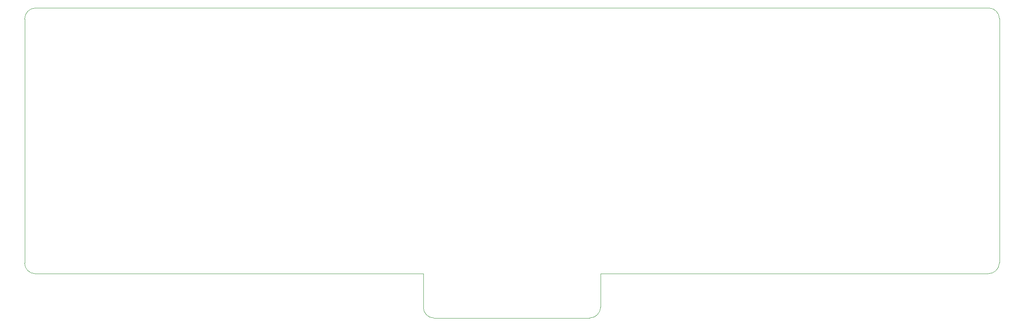
<source format=gm1>
%TF.GenerationSoftware,KiCad,Pcbnew,7.0.6*%
%TF.CreationDate,2023-07-16T23:36:15-04:00*%
%TF.ProjectId,littolRP2040,6c697474-6f6c-4525-9032-3034302e6b69,rev?*%
%TF.SameCoordinates,PX2d6b3a0PY7e098dc*%
%TF.FileFunction,Profile,NP*%
%FSLAX46Y46*%
G04 Gerber Fmt 4.6, Leading zero omitted, Abs format (unit mm)*
G04 Created by KiCad (PCBNEW 7.0.6) date 2023-07-16 23:36:15*
%MOMM*%
%LPD*%
G01*
G04 APERTURE LIST*
%TA.AperFunction,Profile*%
%ADD10C,0.100000*%
%TD*%
G04 APERTURE END LIST*
D10*
X-4Y11804140D02*
G75*
G03*
X2279116Y9525024I2279084J-32D01*
G01*
X2381256Y66675188D02*
G75*
G03*
X0Y64293912I24J-2381280D01*
G01*
X207169273Y9525059D02*
G75*
G03*
X209550529Y11906279I7J2381249D01*
G01*
X209550541Y64396052D02*
G75*
G03*
X207169272Y66675168I-2330161J-51044D01*
G01*
X121444056Y-24D02*
G75*
G03*
X123825312Y2381256I24J2381232D01*
G01*
X85725216Y2279116D02*
X85725216Y9525024D01*
X123825312Y9525024D02*
X123825312Y2381256D01*
X85725272Y2279116D02*
G75*
G03*
X88004332Y0I2279108J-8D01*
G01*
X209550528Y64396052D02*
X209550529Y11906279D01*
X85725216Y9525024D02*
X2279116Y9525024D01*
X207169273Y9525023D02*
X123825312Y9525024D01*
X2381256Y66675168D02*
X207169272Y66675168D01*
X121444056Y0D02*
X88004332Y0D01*
X0Y11804140D02*
X0Y64293912D01*
M02*

</source>
